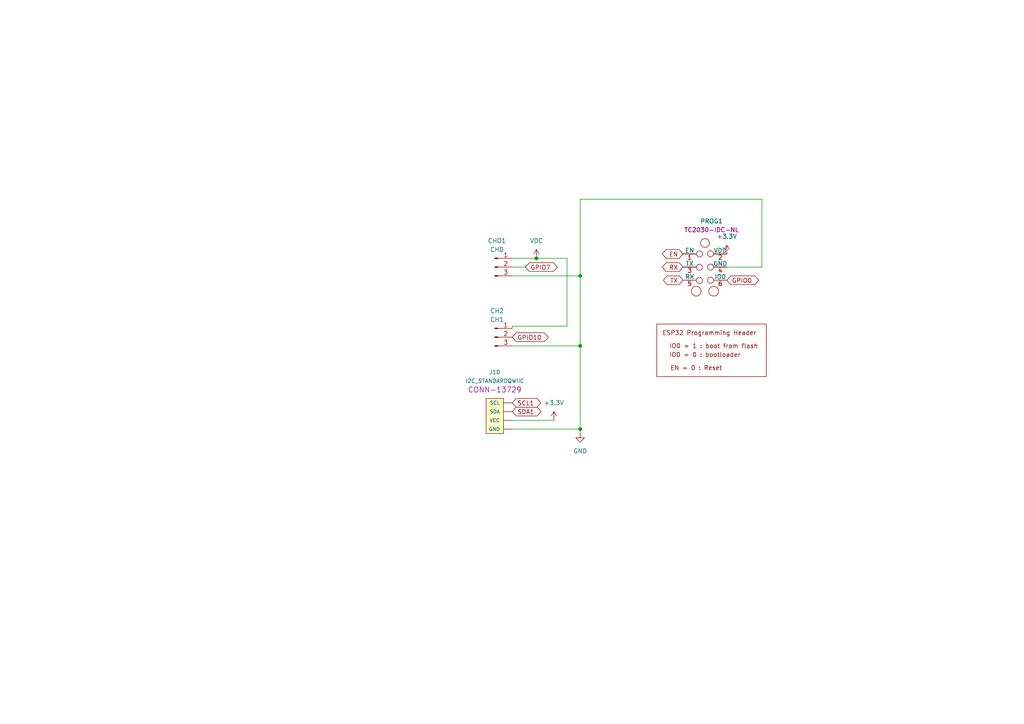
<source format=kicad_sch>
(kicad_sch (version 20231120) (generator "eeschema") (generator_version "8.0")
  (paper "A4")
  (lib_symbols
    (symbol "Connector:Conn_01x03_Male" (pin_names (offset 1.016) hide)
      (property "Reference" "J" (at 0 5.08 0))
      (property "Value" "Conn_01x03_Male" (at 0 -5.08 0))
      (symbol "Conn_01x03_Male_1_1"
        (polyline (pts (xy 1.27 -2.54) (xy 0.8636 -2.54)) (stroke (width 0.1524)))
        (polyline (pts (xy 1.27 0) (xy 0.8636 0)) (stroke (width 0.1524)))
        (polyline (pts (xy 1.27 2.54) (xy 0.8636 2.54)) (stroke (width 0.1524)))
        (rectangle (start 0.8636 -2.413) (end 0 -2.667) (stroke (width 0.1524)) (fill (type outline)))
        (rectangle (start 0.8636 0.127) (end 0 -0.127) (stroke (width 0.1524)) (fill (type outline)))
        (rectangle (start 0.8636 2.667) (end 0 2.413) (stroke (width 0.1524)) (fill (type outline)))
        (pin passive line (at 5.08 2.54 180) (length 3.81) (name "Pin_1") (number "1"))
        (pin passive line (at 5.08 0 180) (length 3.81) (name "Pin_2") (number "2"))
        (pin passive line (at 5.08 -2.54 180) (length 3.81) (name "Pin_3") (number "3"))
      )
    )
    (symbol "SFE-Connectors:I2C_STANDARDQWIIC" (pin_numbers hide) (pin_names (offset 1.016))
      (property "Reference" "J" (at -5.08 10.16 0))
      (property "Value" "I2C_STANDARDQWIIC" (at -5.08 -3.81 0))
      (property "Field4" "CONN-13729" (at 0 13.97 0))
      (symbol "I2C_STANDARDQWIIC_1_0"
        (rectangle (start 0 -1.27) (end -5.08 8.89) (fill (type background)))
      )
      (symbol "I2C_STANDARDQWIIC_1_1"
        (pin power_in line (at 2.54 0 180) (length 2.54) (name "GND") (number "1"))
        (pin power_in line (at 2.54 2.54 180) (length 2.54) (name "VCC") (number "2"))
        (pin passive line (at 2.54 5.08 180) (length 2.54) (name "SDA") (number "3"))
        (pin passive line (at 2.54 7.62 180) (length 2.54) (name "SCL") (number "4"))
      )
    )
    (symbol "TagConnect:TC2030-IDC_ESP" (pin_names (offset 0))
      (property "Reference" "J" (at 0 -10.16 0))
      (property "Connector" "TC2030-IDC-NL" (at 0 -12.7 0))
      (symbol "TC2030-IDC_ESP_0_0"
        (rectangle (start -13.97 -16.51) (end 17.78 -31.75))
        (text "EN = 0 : Reset" (at -2.54 -29.21 0) (effects (font (size 1.27 1.27))))
        (text "ESP32 Programming Header" (at 1.27 -19.05 0) (effects (font (size 1.27 1.27))))
        (text "IO0 = 0 : bootloader" (at 0 -25.4 0) (effects (font (size 1.27 1.27))))
        (text "IO0 = 1 : boot from flash" (at 2.54 -22.86 0) (effects (font (size 1.27 1.27))))
      )
      (symbol "TC2030-IDC_ESP_0_1"
        (circle (center -2.54 -6.985) (radius 1.4224))
        (circle (center -1.6002 3.81) (radius 0.889))
        (circle (center 0 6.985) (radius 1.27))
      )
      (symbol "TC2030-IDC_ESP_1_1"
        (circle (center -1.6002 -3.8608) (radius 0.889))
        (circle (center -1.6002 -0.0508) (radius 0.889))
        (circle (center 1.6002 -3.81) (radius 0.889))
        (circle (center 1.6002 0) (radius 0.889))
        (circle (center 1.6002 3.8608) (radius 0.889))
        (circle (center 2.54 -6.985) (radius 1.4224))
        (pin passive line (at -6.35 3.81 0) (length 3.81) (name "EN") (number "1"))
        (pin passive line (at 6.35 3.81 180) (length 3.81) (name "VDD") (number "2"))
        (pin passive line (at -6.35 0 0) (length 3.81) (name "TX") (number "3"))
        (pin passive line (at 6.35 0 180) (length 3.81) (name "GND") (number "4"))
        (pin passive line (at -6.35 -3.81 0) (length 3.81) (name "RX") (number "5"))
        (pin passive line (at 6.35 -3.81 180) (length 3.81) (name "IO0") (number "6"))
      )
    )
    (symbol "power:+3.3V" (power) (pin_names (offset 0))
      (property "Value" "+3.3V" (at 0 3.556 0))
      (symbol "+3.3V_0_1"
        (polyline (pts (xy -0.762 1.27) (xy 0 2.54)))
        (polyline (pts (xy 0 0) (xy 0 2.54)))
        (polyline (pts (xy 0 2.54) (xy 0.762 1.27)))
      )
      (symbol "+3.3V_1_1"
        (pin power_in line (at 0 0 90) (length 0) hide (name "+3.3V") (number "1"))
      )
    )
    (symbol "power:GND" (power) (pin_names (offset 0))
      (property "Value" "GND" (at 0 -3.81 0))
      (symbol "GND_0_1"
        (polyline (pts (xy 0 0) (xy 0 -1.27) (xy 1.27 -1.27) (xy 0 -2.54) (xy -1.27 -1.27) (xy 0 -1.27)))
      )
      (symbol "GND_1_1"
        (pin power_in line (at 0 0 270) (length 0) hide (name "GND") (number "1"))
      )
    )
    (symbol "power:VDC" (power) (pin_names (offset 0))
      (property "Value" "VDC" (at 0 6.35 0))
      (symbol "VDC_0_1"
        (polyline (pts (xy -0.762 1.27) (xy 0 2.54)))
        (polyline (pts (xy 0 0) (xy 0 2.54)))
        (polyline (pts (xy 0 2.54) (xy 0.762 1.27)))
      )
      (symbol "VDC_1_1"
        (pin power_in line (at 0 0 90) (length 0) hide (name "VDC") (number "1"))
      )
    )
  )
  (junction (at 168.275 80.01))
  (junction (at 155.575 74.93))
  (junction (at 168.275 124.46))
  (junction (at 168.275 100.33))
  (wire (pts (xy 220.98 77.47) (xy 220.98 57.785)))
  (wire (pts (xy 152.4 77.47) (xy 148.59 77.47)))
  (wire (pts (xy 148.59 94.615) (xy 164.465 94.615)))
  (wire (pts (xy 220.98 57.785) (xy 168.275 57.785)))
  (wire (pts (xy 168.275 80.01) (xy 168.275 100.33)))
  (wire (pts (xy 152.4 77.47) (xy 152.4 76.835)))
  (wire (pts (xy 164.465 94.615) (xy 164.465 74.93)))
  (wire (pts (xy 210.82 77.47) (xy 220.98 77.47)))
  (wire (pts (xy 148.59 100.33) (xy 168.275 100.33)))
  (wire (pts (xy 168.275 57.785) (xy 168.275 80.01)))
  (wire (pts (xy 148.59 124.46) (xy 168.275 124.46)))
  (wire (pts (xy 168.275 124.46) (xy 168.275 125.73)))
  (wire (pts (xy 148.59 95.25) (xy 148.59 94.615)))
  (wire (pts (xy 148.59 121.92) (xy 160.655 121.92)))
  (wire (pts (xy 168.275 100.33) (xy 168.275 124.46)))
  (wire (pts (xy 148.59 80.01) (xy 168.275 80.01)))
  (wire (pts (xy 148.59 74.93) (xy 155.575 74.93)))
  (wire (pts (xy 164.465 74.93) (xy 155.575 74.93)))
  (global_label "TX" (shape bidirectional) (at 198.12 81.28 180) (property "Intersheetrefs" "${INTERSHEET_REFS}" (effects (hide yes))))
  (global_label "GPIO0" (shape bidirectional) (at 210.82 81.28 0) (property "Intersheetrefs" "${INTERSHEET_REFS}" (effects (hide yes))))
  (global_label "GPIO10" (shape bidirectional) (at 148.59 97.79 0) (property "Intersheetrefs" "${INTERSHEET_REFS}" (effects (hide yes))))
  (global_label "RX" (shape bidirectional) (at 198.12 77.47 180) (property "Intersheetrefs" "${INTERSHEET_REFS}" (effects (hide yes))))
  (global_label "EN" (shape bidirectional) (at 198.12 73.66 180) (property "Intersheetrefs" "${INTERSHEET_REFS}" (effects (hide yes))))
  (global_label "SDA1" (shape bidirectional) (at 148.59 119.38 0) (property "Intersheetrefs" "${INTERSHEET_REFS}" (effects (hide yes))))
  (global_label "GPIO7" (shape bidirectional) (at 152.4 77.47 0) (property "Intersheetrefs" "${INTERSHEET_REFS}" (effects (hide yes))))
  (global_label "SCL1" (shape bidirectional) (at 148.59 116.84 0) (property "Intersheetrefs" "${INTERSHEET_REFS}" (effects (hide yes))))
  (symbol (lib_id "TagConnect:TC2030-IDC_ESP") (at 204.47 77.47 0) (unit 1)
    (property "Reference" "PROG1" (at 206.375 64.135 0))
    (property "Value" "TC2030-IDC_ESP" (effects (hide yes)))
    (property "Footprint" "Connector:Tag-Connect_TC2030-IDC-FP_2x03_P1.27mm_Vertical" (effects (hide yes)))
    (property "Datasheet" "https://www.tag-connect.com/wp-content/uploads/bsk-pdf-manager/2019/12/TC2030-IDC-NL-Datasheet-Rev-B.pdf" (effects (hide yes)))
    (property "Connector" "TC2030-IDC-NL" (at 206.375 66.675 0))
  )
  (symbol (lib_id "power:+3.3V") (at 210.82 73.66 0) (unit 1)
    (property "Reference" "#PWR012" (effects (hide yes)))
    (property "Value" "+3.3V" (at 210.82 68.58 0))
  )
  (symbol (lib_id "Connector:Conn_01x03_Male") (at 143.51 97.79 0) (unit 1)
    (property "Reference" "CH2" (at 144.145 90.17 0))
    (property "Value" "CH1" (at 144.145 92.71 0))
    (property "Footprint" "Connector_JST:JST_VH_B3P-VH-B_1x03_P3.96mm_Vertical" (effects (hide yes)))
    (property "MPN" "C265360" (effects (hide yes)))
    (instances (project "2812-32" (path "" (reference "CH2") (unit 1))) (project "2812-32-mini" (path "" (reference "CH1") (unit 1))))
  )
  (symbol (lib_id "Connector:Conn_01x03_Male") (at 143.51 77.47 0) (unit 1)
    (property "Reference" "CHO1" (at 144.145 69.85 0))
    (property "Value" "CH0" (at 144.145 72.39 0))
    (property "Footprint" "Connector_JST:JST_VH_B3P-VH-B_1x03_P3.96mm_Vertical" (effects (hide yes)))
    (property "MPN" "C265360" (effects (hide yes)))
    (instances (project "2812-32" (path "" (reference "CHO1") (unit 1))) (project "2812-32-mini" (path "" (reference "CH0") (unit 1))))
  )
  (symbol (lib_id "power:GND") (at 168.275 125.73 0) (mirror y) (unit 1)
    (property "Reference" "#PWR07" (effects (hide yes)))
    (property "Value" "GND" (at 168.275 130.81 0))
  )
  (symbol (lib_id "SFE-Connectors:I2C_STANDARDQWIIC") (at 146.05 124.46 0) (unit 1)
    (property "Reference" "J10" (at 143.51 107.95 0) (effects (font (size 1.143 1.143))))
    (property "Value" "I2C_STANDARDQWIIC" (at 143.51 110.49 0) (effects (font (size 1.143 1.143))))
    (property "Footprint" "SFE-Connector:JST04_1MM_RA" (effects (hide yes)))
    (property "Field4" "CONN-13729" (at 143.51 113.03 0) (effects (font (size 1.524 1.524))))
    (property "MPN" "C160404" (effects (hide yes)))
    (instances (project "2812-32" (path "" (reference "J10") (unit 1))) (project "2812-32-mini" (path "" (reference "J2") (unit 1))))
  )
  (symbol (lib_id "power:+3.3V") (at 160.655 121.92 0) (unit 1)
    (property "Reference" "#PWR012" (effects (hide yes)))
    (property "Value" "+3.3V" (at 160.655 116.84 0))
    (instances (project "2812-32" (path "" (reference "#PWR012") (unit 1))) (project "2812-32-mini" (path "" (reference "#PWR013") (unit 1))))
  )
  (symbol (lib_id "power:VDC") (at 155.575 74.93 0) (unit 1)
    (property "Reference" "#PWR0103" (effects (hide yes)))
    (property "Value" "VDC" (at 155.575 69.85 0))
    (instances (project "2812-32" (path "" (reference "#PWR0103") (unit 1))) (project "2812-32-mini" (path "" (reference "#PWR011") (unit 1))))
  )
)
</source>
